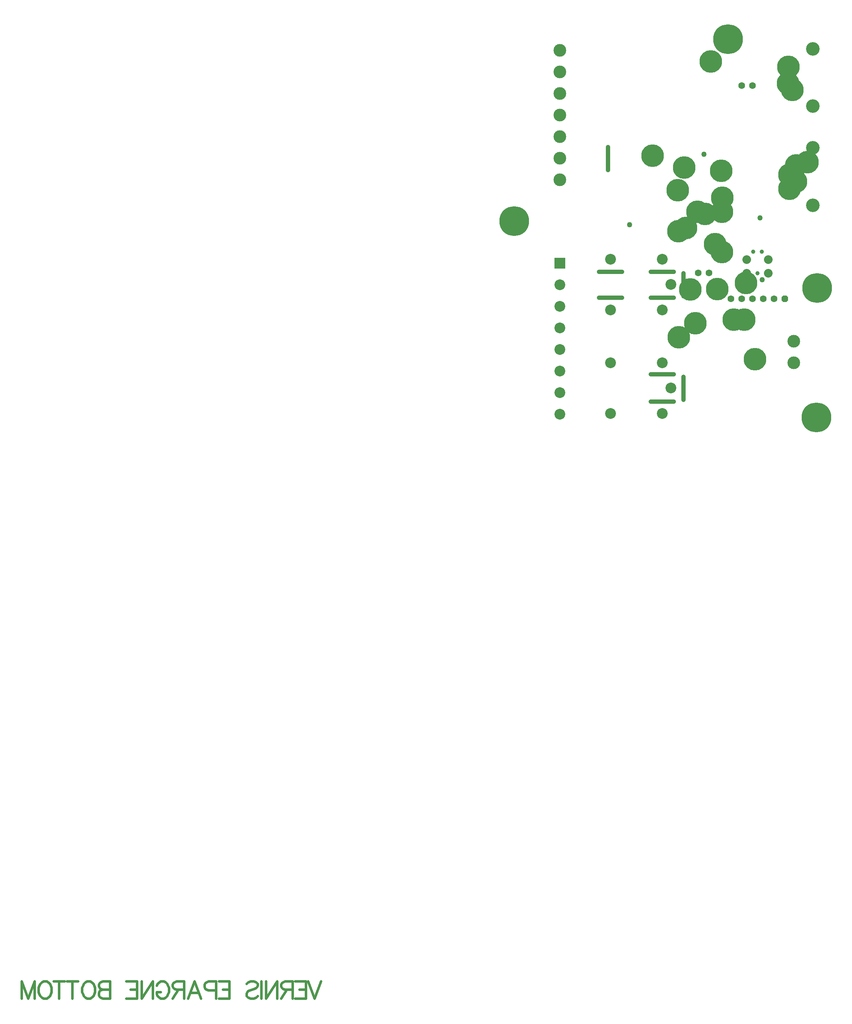
<source format=gbs>
G04*
G04 #@! TF.GenerationSoftware,Altium Limited,Altium Designer,18.1.6 (161)*
G04*
G04 Layer_Color=16711935*
%FSLAX25Y25*%
%MOIN*%
G70*
G01*
G75*
%ADD11C,0.02362*%
%ADD39O,0.04000X0.25600*%
%ADD40O,0.25600X0.04000*%
%ADD41C,0.27559*%
%ADD42C,0.12598*%
%ADD43C,0.11811*%
%ADD44C,0.08000*%
%ADD45C,0.03900*%
%ADD46C,0.10000*%
%ADD47R,0.10000X0.10000*%
%ADD48C,0.06300*%
%ADD49P,0.06819X8X202.5*%
%ADD50C,0.05000*%
%ADD51C,0.21000*%
D11*
X-156320Y-503954D02*
X-162318Y-519698D01*
X-168316Y-503954D02*
X-162318Y-519698D01*
X-180087Y-503954D02*
X-170341D01*
Y-519698D01*
X-180087D01*
X-170341Y-511451D02*
X-176339D01*
X-182711Y-503954D02*
Y-519698D01*
Y-503954D02*
X-189459D01*
X-191708Y-504704D01*
X-192458Y-505453D01*
X-193208Y-506953D01*
Y-508452D01*
X-192458Y-509952D01*
X-191708Y-510702D01*
X-189459Y-511451D01*
X-182711D01*
X-187960D02*
X-193208Y-519698D01*
X-196732Y-503954D02*
Y-519698D01*
Y-503954D02*
X-207228Y-519698D01*
Y-503954D02*
Y-519698D01*
X-211577Y-503954D02*
Y-519698D01*
X-225372Y-506203D02*
X-223872Y-504704D01*
X-221623Y-503954D01*
X-218624D01*
X-216375Y-504704D01*
X-214876Y-506203D01*
Y-507702D01*
X-215625Y-509202D01*
X-216375Y-509952D01*
X-217875Y-510702D01*
X-222373Y-512201D01*
X-223872Y-512951D01*
X-224622Y-513700D01*
X-225372Y-515200D01*
Y-517449D01*
X-223872Y-518949D01*
X-221623Y-519698D01*
X-218624D01*
X-216375Y-518949D01*
X-214876Y-517449D01*
X-251013Y-503954D02*
X-241267D01*
Y-519698D01*
X-251013D01*
X-241267Y-511451D02*
X-247265D01*
X-253637Y-512201D02*
X-260385D01*
X-262634Y-511451D01*
X-263384Y-510702D01*
X-264134Y-509202D01*
Y-506953D01*
X-263384Y-505453D01*
X-262634Y-504704D01*
X-260385Y-503954D01*
X-253637D01*
Y-519698D01*
X-279654D02*
X-273656Y-503954D01*
X-267658Y-519698D01*
X-269907Y-514450D02*
X-277404D01*
X-283327Y-503954D02*
Y-519698D01*
Y-503954D02*
X-290075D01*
X-292324Y-504704D01*
X-293074Y-505453D01*
X-293824Y-506953D01*
Y-508452D01*
X-293074Y-509952D01*
X-292324Y-510702D01*
X-290075Y-511451D01*
X-283327D01*
X-288576D02*
X-293824Y-519698D01*
X-308594Y-507702D02*
X-307844Y-506203D01*
X-306345Y-504704D01*
X-304845Y-503954D01*
X-301846D01*
X-300346Y-504704D01*
X-298847Y-506203D01*
X-298097Y-507702D01*
X-297347Y-509952D01*
Y-513700D01*
X-298097Y-515950D01*
X-298847Y-517449D01*
X-300346Y-518949D01*
X-301846Y-519698D01*
X-304845D01*
X-306345Y-518949D01*
X-307844Y-517449D01*
X-308594Y-515950D01*
Y-513700D01*
X-304845D02*
X-308594D01*
X-312193Y-503954D02*
Y-519698D01*
Y-503954D02*
X-322689Y-519698D01*
Y-503954D02*
Y-519698D01*
X-336784Y-503954D02*
X-327037D01*
Y-519698D01*
X-336784D01*
X-327037Y-511451D02*
X-333035D01*
X-351779Y-503954D02*
Y-519698D01*
Y-503954D02*
X-358527D01*
X-360776Y-504704D01*
X-361526Y-505453D01*
X-362276Y-506953D01*
Y-508452D01*
X-361526Y-509952D01*
X-360776Y-510702D01*
X-358527Y-511451D01*
X-351779D02*
X-358527D01*
X-360776Y-512201D01*
X-361526Y-512951D01*
X-362276Y-514450D01*
Y-516699D01*
X-361526Y-518199D01*
X-360776Y-518949D01*
X-358527Y-519698D01*
X-351779D01*
X-370298Y-503954D02*
X-368798Y-504704D01*
X-367299Y-506203D01*
X-366549Y-507702D01*
X-365799Y-509952D01*
Y-513700D01*
X-366549Y-515950D01*
X-367299Y-517449D01*
X-368798Y-518949D01*
X-370298Y-519698D01*
X-373297D01*
X-374796Y-518949D01*
X-376296Y-517449D01*
X-377045Y-515950D01*
X-377795Y-513700D01*
Y-509952D01*
X-377045Y-507702D01*
X-376296Y-506203D01*
X-374796Y-504704D01*
X-373297Y-503954D01*
X-370298D01*
X-386717D02*
Y-519698D01*
X-381469Y-503954D02*
X-391965D01*
X-399088D02*
Y-519698D01*
X-393840Y-503954D02*
X-404336D01*
X-410709D02*
X-409209Y-504704D01*
X-407710Y-506203D01*
X-406960Y-507702D01*
X-406211Y-509952D01*
Y-513700D01*
X-406960Y-515950D01*
X-407710Y-517449D01*
X-409209Y-518949D01*
X-410709Y-519698D01*
X-413708D01*
X-415207Y-518949D01*
X-416707Y-517449D01*
X-417457Y-515950D01*
X-418207Y-513700D01*
Y-509952D01*
X-417457Y-507702D01*
X-416707Y-506203D01*
X-415207Y-504704D01*
X-413708Y-503954D01*
X-410709D01*
X-421880D02*
Y-519698D01*
Y-503954D02*
X-427878Y-519698D01*
X-433876Y-503954D02*
X-427878Y-519698D01*
X-433876Y-503954D02*
Y-519698D01*
D39*
X180000Y46000D02*
D03*
Y142000D02*
D03*
X110000Y259000D02*
D03*
D40*
X160500Y33500D02*
D03*
Y59000D02*
D03*
Y154000D02*
D03*
Y130000D02*
D03*
X112500D02*
D03*
Y154000D02*
D03*
D41*
X221500Y369500D02*
D03*
X304000Y139000D02*
D03*
X23000Y201000D02*
D03*
X303500Y19000D02*
D03*
D42*
X300004Y268757D02*
D03*
Y215607D02*
D03*
X300016Y360619D02*
D03*
Y307469D02*
D03*
D43*
X65417Y319051D02*
D03*
Y339051D02*
D03*
Y359051D02*
D03*
Y299051D02*
D03*
Y279051D02*
D03*
Y259051D02*
D03*
Y239051D02*
D03*
X282500Y89500D02*
D03*
Y69500D02*
D03*
D44*
X258917Y165051D02*
D03*
X238917D02*
D03*
X258917Y152551D02*
D03*
X238917D02*
D03*
D45*
X248917D02*
D03*
X244917Y172551D02*
D03*
X252917D02*
D03*
D46*
X160543Y118429D02*
D03*
X112513D02*
D03*
X160543Y165673D02*
D03*
X112513D02*
D03*
X168417Y142051D02*
D03*
X65354Y141929D02*
D03*
Y121929D02*
D03*
Y101929D02*
D03*
Y81929D02*
D03*
Y61929D02*
D03*
Y41929D02*
D03*
Y21929D02*
D03*
X160543Y22429D02*
D03*
X112513D02*
D03*
X160543Y69673D02*
D03*
X112513D02*
D03*
X168417Y46051D02*
D03*
D47*
X65354Y161929D02*
D03*
D48*
X254000Y129000D02*
D03*
X264000D02*
D03*
X244000D02*
D03*
X234000D02*
D03*
X224000D02*
D03*
X193936Y153000D02*
D03*
X203936D02*
D03*
X244000Y326500D02*
D03*
X234000D02*
D03*
D49*
X274000Y129000D02*
D03*
D50*
X253000Y146500D02*
D03*
X199000Y263000D02*
D03*
X251000Y204000D02*
D03*
X130000Y197500D02*
D03*
D51*
X277000Y328500D02*
D03*
X182500Y194500D02*
D03*
X278500Y231000D02*
D03*
X281000Y322500D02*
D03*
X215934Y172034D02*
D03*
X209500Y179500D02*
D03*
X284500Y237522D02*
D03*
X151500Y261500D02*
D03*
X186500Y137500D02*
D03*
X200000Y207500D02*
D03*
X238127Y143506D02*
D03*
X215173Y247530D02*
D03*
X192992Y209551D02*
D03*
X211500Y138000D02*
D03*
X174936Y229479D02*
D03*
X175500Y191500D02*
D03*
X180854Y250479D02*
D03*
X175949Y93051D02*
D03*
X246500Y72940D02*
D03*
X236583Y109488D02*
D03*
X191278Y106335D02*
D03*
X226917Y109500D02*
D03*
X295000Y255500D02*
D03*
X215917Y209551D02*
D03*
X216000Y222500D02*
D03*
X284681Y252500D02*
D03*
X278500Y244000D02*
D03*
X277500Y344000D02*
D03*
X205500Y349000D02*
D03*
M02*

</source>
